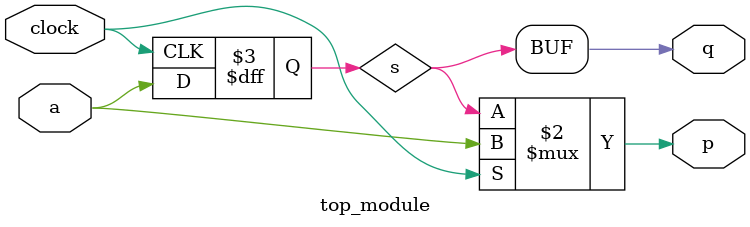
<source format=v>
module top_module (
    input clock,
    input a,
    output p,
    output q );
    
		reg s;
    always @(negedge clock) begin
        s <= a;
    end
    assign p = clock ? a : s;
    assign q = s;
endmodule

</source>
